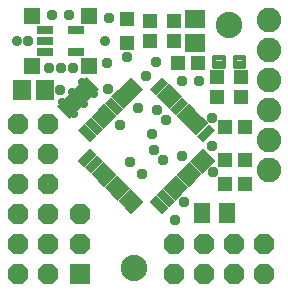
<source format=gts>
G75*
%MOIN*%
%OFA0B0*%
%FSLAX25Y25*%
%IPPOS*%
%LPD*%
%AMOC8*
5,1,8,0,0,1.08239X$1,22.5*
%
%ADD10C,0.08800*%
%ADD11R,0.05131X0.04737*%
%ADD12R,0.04737X0.05131*%
%ADD13R,0.07099X0.05918*%
%ADD14R,0.05918X0.07099*%
%ADD15R,0.05524X0.02965*%
%ADD16C,0.08200*%
%ADD17R,0.04737X0.04737*%
%ADD18C,0.02572*%
%ADD19R,0.13760X0.06040*%
%ADD20R,0.05800X0.03300*%
%ADD21OC8,0.06800*%
%ADD22R,0.05800X0.03000*%
%ADD23R,0.03000X0.05800*%
%ADD24C,0.01421*%
%ADD25R,0.05556X0.05556*%
%ADD26C,0.03556*%
%ADD27R,0.06800X0.06800*%
%ADD28C,0.03778*%
D10*
X0053300Y0016700D03*
X0085100Y0097600D03*
D11*
X0074746Y0085100D03*
X0068054Y0085100D03*
X0083754Y0063600D03*
X0090446Y0063600D03*
X0090446Y0052700D03*
X0083754Y0052700D03*
X0083754Y0044800D03*
X0090446Y0044800D03*
D12*
X0089200Y0073754D03*
X0089200Y0080446D03*
X0081200Y0080446D03*
X0081200Y0073754D03*
X0066600Y0092254D03*
X0066600Y0098946D03*
X0058800Y0098946D03*
X0058800Y0092254D03*
D13*
X0073800Y0091663D03*
X0073800Y0099537D03*
D14*
X0023837Y0076100D03*
X0015963Y0076100D03*
D15*
X0023881Y0088660D03*
X0023881Y0092400D03*
X0023881Y0096140D03*
X0034119Y0096140D03*
X0034119Y0088660D03*
D16*
X0098500Y0089500D03*
X0098500Y0079500D03*
X0098500Y0069500D03*
X0098500Y0059500D03*
X0098500Y0049500D03*
X0098500Y0099500D03*
D17*
X0051100Y0099537D03*
X0051100Y0091663D03*
D18*
X0035916Y0078866D02*
X0039966Y0074816D01*
X0036625Y0071475D02*
X0032575Y0075525D01*
X0029234Y0072184D02*
X0033284Y0068134D01*
D19*
G36*
X0027600Y0070785D02*
X0037329Y0080514D01*
X0041600Y0076243D01*
X0031871Y0066514D01*
X0027600Y0070785D01*
G37*
D20*
X0075900Y0036722D03*
X0075900Y0033478D03*
X0084400Y0033478D03*
X0084400Y0036722D03*
D21*
X0014700Y0014800D03*
X0014700Y0024800D03*
X0014700Y0034800D03*
X0024700Y0034800D03*
X0024700Y0024800D03*
X0024700Y0014800D03*
X0035400Y0024800D03*
X0035400Y0034800D03*
X0024700Y0044800D03*
X0024700Y0054800D03*
X0024700Y0064800D03*
X0014700Y0064800D03*
X0014700Y0054800D03*
X0014700Y0044800D03*
X0066600Y0024700D03*
X0066600Y0014700D03*
X0076600Y0014700D03*
X0076600Y0024700D03*
X0086600Y0024700D03*
X0086600Y0014700D03*
X0096600Y0014700D03*
X0096600Y0024700D03*
D22*
G36*
X0073880Y0045880D02*
X0069780Y0049980D01*
X0071902Y0052102D01*
X0076002Y0048002D01*
X0073880Y0045880D01*
G37*
G36*
X0071653Y0043652D02*
X0067553Y0047752D01*
X0069675Y0049874D01*
X0073775Y0045774D01*
X0071653Y0043652D01*
G37*
G36*
X0069426Y0041425D02*
X0065326Y0045525D01*
X0067448Y0047647D01*
X0071548Y0043547D01*
X0069426Y0041425D01*
G37*
G36*
X0067198Y0039198D02*
X0063098Y0043298D01*
X0065220Y0045420D01*
X0069320Y0041320D01*
X0067198Y0039198D01*
G37*
G36*
X0064971Y0036971D02*
X0060871Y0041071D01*
X0062993Y0043193D01*
X0067093Y0039093D01*
X0064971Y0036971D01*
G37*
G36*
X0062744Y0034744D02*
X0058644Y0038844D01*
X0060766Y0040966D01*
X0064866Y0036866D01*
X0062744Y0034744D01*
G37*
G36*
X0076107Y0048107D02*
X0072007Y0052207D01*
X0074129Y0054329D01*
X0078229Y0050229D01*
X0076107Y0048107D01*
G37*
G36*
X0078334Y0050334D02*
X0074234Y0054434D01*
X0076356Y0056556D01*
X0080456Y0052456D01*
X0078334Y0050334D01*
G37*
G36*
X0054434Y0074234D02*
X0050334Y0078334D01*
X0052456Y0080456D01*
X0056556Y0076356D01*
X0054434Y0074234D01*
G37*
G36*
X0052207Y0072007D02*
X0048107Y0076107D01*
X0050229Y0078229D01*
X0054329Y0074129D01*
X0052207Y0072007D01*
G37*
G36*
X0049980Y0069780D02*
X0045880Y0073880D01*
X0048002Y0076002D01*
X0052102Y0071902D01*
X0049980Y0069780D01*
G37*
G36*
X0047752Y0067553D02*
X0043652Y0071653D01*
X0045774Y0073775D01*
X0049874Y0069675D01*
X0047752Y0067553D01*
G37*
G36*
X0045525Y0065326D02*
X0041425Y0069426D01*
X0043547Y0071548D01*
X0047647Y0067448D01*
X0045525Y0065326D01*
G37*
G36*
X0043298Y0063098D02*
X0039198Y0067198D01*
X0041320Y0069320D01*
X0045420Y0065220D01*
X0043298Y0063098D01*
G37*
G36*
X0041071Y0060871D02*
X0036971Y0064971D01*
X0039093Y0067093D01*
X0043193Y0062993D01*
X0041071Y0060871D01*
G37*
G36*
X0038844Y0058644D02*
X0034744Y0062744D01*
X0036866Y0064866D01*
X0040966Y0060766D01*
X0038844Y0058644D01*
G37*
D23*
G36*
X0036866Y0050334D02*
X0034744Y0052456D01*
X0038844Y0056556D01*
X0040966Y0054434D01*
X0036866Y0050334D01*
G37*
G36*
X0039093Y0048107D02*
X0036971Y0050229D01*
X0041071Y0054329D01*
X0043193Y0052207D01*
X0039093Y0048107D01*
G37*
G36*
X0041320Y0045880D02*
X0039198Y0048002D01*
X0043298Y0052102D01*
X0045420Y0049980D01*
X0041320Y0045880D01*
G37*
G36*
X0043547Y0043652D02*
X0041425Y0045774D01*
X0045525Y0049874D01*
X0047647Y0047752D01*
X0043547Y0043652D01*
G37*
G36*
X0045774Y0041425D02*
X0043652Y0043547D01*
X0047752Y0047647D01*
X0049874Y0045525D01*
X0045774Y0041425D01*
G37*
G36*
X0048002Y0039198D02*
X0045880Y0041320D01*
X0049980Y0045420D01*
X0052102Y0043298D01*
X0048002Y0039198D01*
G37*
G36*
X0050229Y0036971D02*
X0048107Y0039093D01*
X0052207Y0043193D01*
X0054329Y0041071D01*
X0050229Y0036971D01*
G37*
G36*
X0052456Y0034744D02*
X0050334Y0036866D01*
X0054434Y0040966D01*
X0056556Y0038844D01*
X0052456Y0034744D01*
G37*
G36*
X0076356Y0058644D02*
X0074234Y0060766D01*
X0078334Y0064866D01*
X0080456Y0062744D01*
X0076356Y0058644D01*
G37*
G36*
X0074129Y0060871D02*
X0072007Y0062993D01*
X0076107Y0067093D01*
X0078229Y0064971D01*
X0074129Y0060871D01*
G37*
G36*
X0071902Y0063098D02*
X0069780Y0065220D01*
X0073880Y0069320D01*
X0076002Y0067198D01*
X0071902Y0063098D01*
G37*
G36*
X0069675Y0065326D02*
X0067553Y0067448D01*
X0071653Y0071548D01*
X0073775Y0069426D01*
X0069675Y0065326D01*
G37*
G36*
X0067448Y0067553D02*
X0065326Y0069675D01*
X0069426Y0073775D01*
X0071548Y0071653D01*
X0067448Y0067553D01*
G37*
G36*
X0065220Y0069780D02*
X0063098Y0071902D01*
X0067198Y0076002D01*
X0069320Y0073880D01*
X0065220Y0069780D01*
G37*
G36*
X0062993Y0072007D02*
X0060871Y0074129D01*
X0064971Y0078229D01*
X0067093Y0076107D01*
X0062993Y0072007D01*
G37*
G36*
X0060766Y0074234D02*
X0058644Y0076356D01*
X0062744Y0080456D01*
X0064866Y0078334D01*
X0060766Y0074234D01*
G37*
D24*
X0083305Y0083742D02*
X0083305Y0087058D01*
X0083305Y0083742D02*
X0079989Y0083742D01*
X0079989Y0087058D01*
X0083305Y0087058D01*
X0083305Y0085162D02*
X0079989Y0085162D01*
X0079989Y0086582D02*
X0083305Y0086582D01*
X0090211Y0087058D02*
X0090211Y0083742D01*
X0086895Y0083742D01*
X0086895Y0087058D01*
X0090211Y0087058D01*
X0090211Y0085162D02*
X0086895Y0085162D01*
X0086895Y0086582D02*
X0090211Y0086582D01*
D25*
X0038449Y0083935D03*
X0038449Y0100865D03*
X0019551Y0100865D03*
X0019551Y0083935D03*
D26*
X0014236Y0092400D03*
X0043764Y0092400D03*
D27*
X0035400Y0014800D03*
D28*
X0067200Y0032800D03*
X0070100Y0038700D03*
X0079600Y0048700D03*
X0079400Y0057300D03*
X0079300Y0066700D03*
X0075100Y0079100D03*
X0069500Y0079000D03*
X0060600Y0085500D03*
X0057500Y0080600D03*
X0051000Y0087000D03*
X0044400Y0085100D03*
X0044700Y0076400D03*
X0054700Y0070200D03*
X0048800Y0064300D03*
X0059300Y0061300D03*
X0064200Y0066100D03*
X0061000Y0069300D03*
X0059900Y0056000D03*
X0063000Y0052800D03*
X0069300Y0053900D03*
X0056200Y0048200D03*
X0052000Y0052200D03*
X0028800Y0076000D03*
X0029100Y0083400D03*
X0033000Y0083400D03*
X0025000Y0083400D03*
X0017900Y0092400D03*
X0026200Y0101200D03*
X0031800Y0101100D03*
X0045200Y0100200D03*
M02*

</source>
